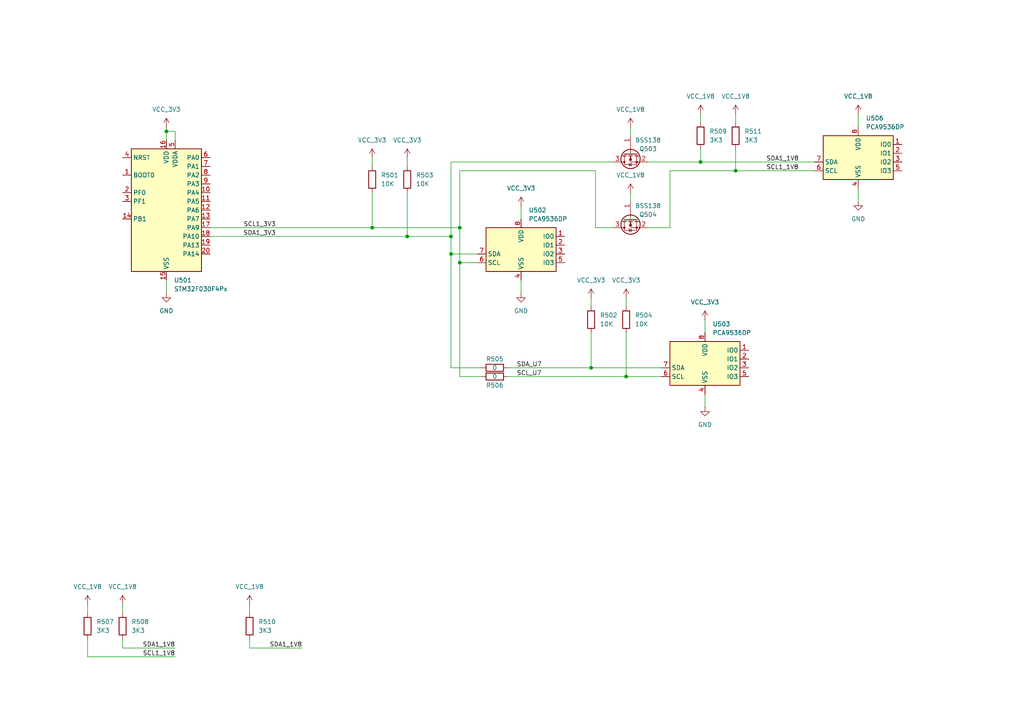
<source format=kicad_sch>
(kicad_sch (version 20231120) (generator "eeschema") (generator_version "8.0")
  (paper "A4")
  (lib_symbols
    (symbol "Device:R" (pin_numbers hide) (pin_names (offset 0))
      (property "Reference" "R" (at 2.032 0 90))
      (property "Value" "R" (at 0 0 90))
      (symbol "R_0_1"
        (rectangle (start -1.016 -2.54) (end 1.016 2.54) (stroke (width 0.254)))
      )
      (symbol "R_1_1"
        (pin passive line (at 0 3.81 270) (length 1.27) (name "~") (number "1"))
        (pin passive line (at 0 -3.81 90) (length 1.27) (name "~") (number "2"))
      )
    )
    (symbol "Interface_Expansion:PCA9536DP"
      (property "Reference" "U" (at -8.89 6.35 0))
      (property "Value" "PCA9536DP" (at 6.35 6.35 0))
      (symbol "PCA9536DP_0_1"
        (rectangle (start -10.16 5.08) (end 10.16 -7.62) (stroke (width 0.254)) (fill (type background)))
      )
      (symbol "PCA9536DP_1_1"
        (pin bidirectional line (at 12.7 2.54 180) (length 2.54) (name "IO0") (number "1"))
        (pin bidirectional line (at 12.7 0 180) (length 2.54) (name "IO1") (number "2"))
        (pin bidirectional line (at 12.7 -2.54 180) (length 2.54) (name "IO2") (number "3"))
        (pin power_in line (at 0 -10.16 90) (length 2.54) (name "VSS") (number "4"))
        (pin bidirectional line (at 12.7 -5.08 180) (length 2.54) (name "IO3") (number "5"))
        (pin input line (at -12.7 -5.08 0) (length 2.54) (name "SCL") (number "6"))
        (pin bidirectional line (at -12.7 -2.54 0) (length 2.54) (name "SDA") (number "7"))
        (pin power_in line (at 0 7.62 270) (length 2.54) (name "VDD") (number "8"))
      )
    )
    (symbol "MCU_ST_STM32F0:STM32F030F4Px"
      (property "Reference" "U" (at -10.16 19.05 0))
      (property "Value" "STM32F030F4Px" (at 5.08 19.05 0))
      (symbol "STM32F030F4Px_0_1"
        (rectangle (start -10.16 -17.78) (end 10.16 17.78) (stroke (width 0.254)) (fill (type background)))
      )
      (symbol "STM32F030F4Px_1_1"
        (pin input line (at -12.7 10.16 0) (length 2.54) (name "BOOT0") (number "1"))
        (pin bidirectional line (at 12.7 5.08 180) (length 2.54) (name "PA4") (number "10"))
        (pin bidirectional line (at 12.7 2.54 180) (length 2.54) (name "PA5") (number "11"))
        (pin bidirectional line (at 12.7 0 180) (length 2.54) (name "PA6") (number "12"))
        (pin bidirectional line (at 12.7 -2.54 180) (length 2.54) (name "PA7") (number "13"))
        (pin bidirectional line (at -12.7 -2.54 0) (length 2.54) (name "PB1") (number "14"))
        (pin power_in line (at 0 -20.32 90) (length 2.54) (name "VSS") (number "15"))
        (pin power_in line (at 0 20.32 270) (length 2.54) (name "VDD") (number "16"))
        (pin bidirectional line (at 12.7 -5.08 180) (length 2.54) (name "PA9") (number "17"))
        (pin bidirectional line (at 12.7 -7.62 180) (length 2.54) (name "PA10") (number "18"))
        (pin bidirectional line (at 12.7 -10.16 180) (length 2.54) (name "PA13") (number "19"))
        (pin bidirectional line (at -12.7 5.08 0) (length 2.54) (name "PF0") (number "2"))
        (pin bidirectional line (at 12.7 -12.7 180) (length 2.54) (name "PA14") (number "20"))
        (pin bidirectional line (at -12.7 2.54 0) (length 2.54) (name "PF1") (number "3"))
        (pin input line (at -12.7 15.24 0) (length 2.54) (name "NRST") (number "4"))
        (pin power_in line (at 2.54 20.32 270) (length 2.54) (name "VDDA") (number "5"))
        (pin bidirectional line (at 12.7 15.24 180) (length 2.54) (name "PA0") (number "6"))
        (pin bidirectional line (at 12.7 12.7 180) (length 2.54) (name "PA1") (number "7"))
        (pin bidirectional line (at 12.7 10.16 180) (length 2.54) (name "PA2") (number "8"))
        (pin bidirectional line (at 12.7 7.62 180) (length 2.54) (name "PA3") (number "9"))
      )
    )
    (symbol "Transistor_FET:BSS138" (pin_names hide)
      (property "Reference" "Q" (at 5.08 1.905 0))
      (property "Value" "BSS138" (at 5.08 0 0))
      (symbol "BSS138_0_1"
        (polyline (pts (xy 0.254 0) (xy -2.54 0)))
        (polyline (pts (xy 0.254 1.905) (xy 0.254 -1.905)) (stroke (width 0.254)))
        (polyline (pts (xy 0.762 -1.27) (xy 0.762 -2.286)) (stroke (width 0.254)))
        (polyline (pts (xy 0.762 0.508) (xy 0.762 -0.508)) (stroke (width 0.254)))
        (polyline (pts (xy 0.762 2.286) (xy 0.762 1.27)) (stroke (width 0.254)))
        (polyline (pts (xy 2.54 2.54) (xy 2.54 1.778)))
        (polyline (pts (xy 2.54 -2.54) (xy 2.54 0) (xy 0.762 0)))
        (polyline (pts (xy 0.762 -1.778) (xy 3.302 -1.778) (xy 3.302 1.778) (xy 0.762 1.778)))
        (polyline (pts (xy 1.016 0) (xy 2.032 0.381) (xy 2.032 -0.381) (xy 1.016 0)) (fill (type outline)))
        (polyline (pts (xy 2.794 0.508) (xy 2.921 0.381) (xy 3.683 0.381) (xy 3.81 0.254)))
        (polyline (pts (xy 3.302 0.381) (xy 2.921 -0.254) (xy 3.683 -0.254) (xy 3.302 0.381)))
        (circle (center 1.651 0) (radius 2.794) (stroke (width 0.254)))
        (circle (center 2.54 -1.778) (radius 0.254) (fill (type outline)))
        (circle (center 2.54 1.778) (radius 0.254) (fill (type outline)))
      )
      (symbol "BSS138_1_1"
        (pin input line (at -5.08 0 0) (length 2.54) (name "G") (number "1"))
        (pin passive line (at 2.54 -5.08 90) (length 2.54) (name "S") (number "2"))
        (pin passive line (at 2.54 5.08 270) (length 2.54) (name "D") (number "3"))
      )
    )
    (symbol "power:GND" (power) (pin_numbers hide) (pin_names (offset 0) hide)
      (property "Value" "GND" (at 0 -3.81 0))
      (symbol "GND_0_1"
        (polyline (pts (xy 0 0) (xy 0 -1.27) (xy 1.27 -1.27) (xy 0 -2.54) (xy -1.27 -1.27) (xy 0 -1.27)))
      )
      (symbol "GND_1_1"
        (pin power_in line (at 0 0 270) (length 0) (name "~") (number "1"))
      )
    )
    (symbol "power:VCC" (power) (pin_numbers hide) (pin_names (offset 0) hide)
      (property "Value" "VCC" (at 0 3.556 0))
      (symbol "VCC_0_1"
        (polyline (pts (xy -0.762 1.27) (xy 0 2.54)))
        (polyline (pts (xy 0 0) (xy 0 2.54)))
        (polyline (pts (xy 0 2.54) (xy 0.762 1.27)))
      )
      (symbol "VCC_1_1"
        (pin power_in line (at 0 0 90) (length 0) (name "~") (number "1"))
      )
    )
  )
  (junction (at 203.2 46.99))
  (junction (at 171.45 106.68))
  (junction (at 133.35 76.2))
  (junction (at 48.26 38.1))
  (junction (at 133.35 66.04))
  (junction (at 130.81 68.58))
  (junction (at 181.61 109.22))
  (junction (at 107.95 66.04))
  (junction (at 213.36 49.53))
  (junction (at 130.81 73.66))
  (junction (at 118.11 68.58))
  (wire (pts (xy 133.35 109.22) (xy 139.7 109.22)))
  (wire (pts (xy 25.4 190.5) (xy 50.8 190.5)))
  (wire (pts (xy 181.61 86.36) (xy 181.61 88.9)))
  (wire (pts (xy 151.13 59.69) (xy 151.13 63.5)))
  (wire (pts (xy 204.47 92.71) (xy 204.47 96.52)))
  (wire (pts (xy 60.96 66.04) (xy 107.95 66.04)))
  (wire (pts (xy 171.45 86.36) (xy 171.45 88.9)))
  (wire (pts (xy 194.31 49.53) (xy 194.31 66.04)))
  (wire (pts (xy 171.45 106.68) (xy 147.32 106.68)))
  (wire (pts (xy 151.13 81.28) (xy 151.13 85.09)))
  (wire (pts (xy 50.8 38.1) (xy 48.26 38.1)))
  (wire (pts (xy 236.22 49.53) (xy 213.36 49.53)))
  (wire (pts (xy 50.8 40.64) (xy 50.8 38.1)))
  (wire (pts (xy 133.35 76.2) (xy 133.35 109.22)))
  (wire (pts (xy 107.95 55.88) (xy 107.95 66.04)))
  (wire (pts (xy 35.56 175.26) (xy 35.56 177.8)))
  (wire (pts (xy 147.32 109.22) (xy 181.61 109.22)))
  (wire (pts (xy 138.43 73.66) (xy 130.81 73.66)))
  (wire (pts (xy 35.56 185.42) (xy 35.56 187.96)))
  (wire (pts (xy 248.92 33.02) (xy 248.92 36.83)))
  (wire (pts (xy 133.35 49.53) (xy 133.35 66.04)))
  (wire (pts (xy 72.39 175.26) (xy 72.39 177.8)))
  (wire (pts (xy 213.36 33.02) (xy 213.36 35.56)))
  (wire (pts (xy 72.39 187.96) (xy 87.63 187.96)))
  (wire (pts (xy 133.35 66.04) (xy 133.35 76.2)))
  (wire (pts (xy 194.31 66.04) (xy 187.96 66.04)))
  (wire (pts (xy 181.61 109.22) (xy 191.77 109.22)))
  (wire (pts (xy 213.36 49.53) (xy 194.31 49.53)))
  (wire (pts (xy 182.88 55.88) (xy 182.88 58.42)))
  (wire (pts (xy 25.4 190.5) (xy 25.4 185.42)))
  (wire (pts (xy 130.81 73.66) (xy 130.81 106.68)))
  (wire (pts (xy 118.11 55.88) (xy 118.11 68.58)))
  (wire (pts (xy 48.26 36.83) (xy 48.26 38.1)))
  (wire (pts (xy 107.95 45.72) (xy 107.95 48.26)))
  (wire (pts (xy 213.36 43.18) (xy 213.36 49.53)))
  (wire (pts (xy 191.77 106.68) (xy 171.45 106.68)))
  (wire (pts (xy 182.88 36.83) (xy 182.88 39.37)))
  (wire (pts (xy 248.92 54.61) (xy 248.92 58.42)))
  (wire (pts (xy 203.2 46.99) (xy 236.22 46.99)))
  (wire (pts (xy 107.95 66.04) (xy 133.35 66.04)))
  (wire (pts (xy 118.11 68.58) (xy 130.81 68.58)))
  (wire (pts (xy 187.96 46.99) (xy 203.2 46.99)))
  (wire (pts (xy 118.11 45.72) (xy 118.11 48.26)))
  (wire (pts (xy 181.61 96.52) (xy 181.61 109.22)))
  (wire (pts (xy 48.26 81.28) (xy 48.26 85.09)))
  (wire (pts (xy 60.96 68.58) (xy 118.11 68.58)))
  (wire (pts (xy 171.45 96.52) (xy 171.45 106.68)))
  (wire (pts (xy 203.2 43.18) (xy 203.2 46.99)))
  (wire (pts (xy 203.2 33.02) (xy 203.2 35.56)))
  (wire (pts (xy 139.7 106.68) (xy 130.81 106.68)))
  (wire (pts (xy 172.72 66.04) (xy 172.72 49.53)))
  (wire (pts (xy 130.81 46.99) (xy 130.81 68.58)))
  (wire (pts (xy 133.35 76.2) (xy 138.43 76.2)))
  (wire (pts (xy 72.39 185.42) (xy 72.39 187.96)))
  (wire (pts (xy 130.81 46.99) (xy 177.8 46.99)))
  (wire (pts (xy 172.72 49.53) (xy 133.35 49.53)))
  (wire (pts (xy 25.4 175.26) (xy 25.4 177.8)))
  (wire (pts (xy 35.56 187.96) (xy 50.8 187.96)))
  (wire (pts (xy 177.8 66.04) (xy 172.72 66.04)))
  (wire (pts (xy 130.81 73.66) (xy 130.81 68.58)))
  (wire (pts (xy 48.26 38.1) (xy 48.26 40.64)))
  (wire (pts (xy 204.47 114.3) (xy 204.47 118.11)))
  (label "SCL_U7" (at 149.86 109.22 0))
  (label "SDA1_3V3" (at 80.01 68.58 180))
  (label "SCL1_3V3" (at 80.01 66.04 180))
  (label "SCL1_1V8" (at 50.8 190.5 180))
  (label "SDA1_1V8" (at 222.25 46.99 0))
  (label "SDA_U7" (at 149.86 106.68 0))
  (label "SDA1_1V8" (at 50.8 187.96 180))
  (label "SDA1_1V8" (at 87.63 187.96 180))
  (label "SCL1_1V8" (at 222.25 49.53 0))
  (symbol (lib_id "power:VCC") (at 203.2 33.02 0) (unit 1)
    (property "Reference" "#PWR0519" (effects (hide yes)))
    (property "Value" "VCC_1V8" (at 203.2 27.94 0))
    (property "Description" "Power symbol creates a global label with name \"VCC\"" (effects (hide yes)))
  )
  (symbol (lib_id "power:VCC") (at 181.61 86.36 0) (unit 1)
    (property "Reference" "#PWR0508" (effects (hide yes)))
    (property "Value" "VCC_3V3" (at 181.61 81.28 0))
    (property "Description" "Power symbol creates a global label with name \"VCC\"" (effects (hide yes)))
  )
  (symbol (lib_id "power:VCC") (at 248.92 33.02 0) (unit 1)
    (property "Reference" "#PWR0525" (effects (hide yes)))
    (property "Value" "VCC_1V8" (at 248.92 27.94 0))
    (property "Description" "Power symbol creates a global label with name \"VCC\"" (effects (hide yes)))
  )
  (symbol (lib_id "Transistor_FET:BSS138") (at 182.88 63.5 90) (mirror x) (unit 1)
    (property "Reference" "Q504" (at 187.96 62.23 90))
    (property "Value" "BSS138" (at 187.96 59.69 90))
    (property "Footprint" "Package_TO_SOT_SMD:SOT-23" (effects (hide yes)))
    (property "Datasheet" "https://www.onsemi.com/pub/Collateral/BSS138-D.PDF" (effects (hide yes)))
    (property "Description" "50V Vds, 0.22A Id, N-Channel MOSFET, SOT-23" (effects (hide yes)))
  )
  (symbol (lib_id "power:VCC") (at 118.11 45.72 0) (unit 1)
    (property "Reference" "#PWR0505" (effects (hide yes)))
    (property "Value" "VCC_3V3" (at 118.11 40.64 0))
    (property "Description" "Power symbol creates a global label with name \"VCC\"" (effects (hide yes)))
  )
  (symbol (lib_id "Device:R") (at 72.39 181.61 0) (unit 1)
    (property "Reference" "R510" (at 74.93 180.3399 0) (effects (justify left)))
    (property "Value" "3K3" (at 74.93 182.8799 0) (effects (justify left)))
    (property "Description" "Resistor" (effects (hide yes)))
  )
  (symbol (lib_id "Device:R") (at 25.4 181.61 0) (unit 1)
    (property "Reference" "R507" (at 27.94 180.3399 0) (effects (justify left)))
    (property "Value" "3K3" (at 27.94 182.8799 0) (effects (justify left)))
    (property "Description" "Resistor" (effects (hide yes)))
  )
  (symbol (lib_id "Device:R") (at 143.51 109.22 90) (unit 1)
    (property "Reference" "R506" (at 143.51 111.76 90))
    (property "Value" "0" (at 143.51 109.22 90))
    (property "Description" "Resistor" (effects (hide yes)))
  )
  (symbol (lib_id "power:VCC") (at 48.26 36.83 0) (unit 1)
    (property "Reference" "#PWR0501" (effects (hide yes)))
    (property "Value" "VCC_3V3" (at 48.26 31.75 0))
    (property "Description" "Power symbol creates a global label with name \"VCC\"" (effects (hide yes)))
  )
  (symbol (lib_id "Device:R") (at 203.2 39.37 0) (unit 1)
    (property "Reference" "R509" (at 205.74 38.0999 0) (effects (justify left)))
    (property "Value" "3K3" (at 205.74 40.6399 0) (effects (justify left)))
    (property "Description" "Resistor" (effects (hide yes)))
  )
  (symbol (lib_id "power:VCC") (at 204.47 92.71 0) (unit 1)
    (property "Reference" "#PWR0509" (effects (hide yes)))
    (property "Value" "VCC_3V3" (at 204.47 87.63 0))
    (property "Description" "Power symbol creates a global label with name \"VCC\"" (effects (hide yes)))
  )
  (symbol (lib_id "Device:R") (at 107.95 52.07 0) (unit 1)
    (property "Reference" "R501" (at 110.49 50.7999 0) (effects (justify left)))
    (property "Value" "10K" (at 110.49 53.3399 0) (effects (justify left)))
    (property "Description" "Resistor" (effects (hide yes)))
  )
  (symbol (lib_id "power:GND") (at 151.13 85.09 0) (unit 1)
    (property "Reference" "#PWR0507" (effects (hide yes)))
    (property "Value" "GND" (at 151.13 90.17 0))
    (property "Description" "Power symbol creates a global label with name \"GND\" , ground" (effects (hide yes)))
  )
  (symbol (lib_id "Interface_Expansion:PCA9536DP") (at 204.47 104.14 0) (unit 1)
    (property "Reference" "U503" (at 206.6641 93.98 0) (effects (justify left)))
    (property "Value" "PCA9536DP" (at 206.6641 96.52 0) (effects (justify left)))
    (property "Footprint" "Package_SO:TSSOP-8_3x3mm_P0.65mm" (effects (hide yes)))
    (property "Datasheet" "http://www.nxp.com/docs/en/data-sheet/PCA9536.pdf" (effects (hide yes)))
    (property "Description" "4-bit I2C-bus and SMBus IO port, TSSOP-8" (effects (hide yes)))
  )
  (symbol (lib_id "Device:R") (at 35.56 181.61 0) (unit 1)
    (property "Reference" "R508" (at 38.1 180.3399 0) (effects (justify left)))
    (property "Value" "3K3" (at 38.1 182.8799 0) (effects (justify left)))
    (property "Description" "Resistor" (effects (hide yes)))
  )
  (symbol (lib_id "Device:R") (at 181.61 92.71 0) (unit 1)
    (property "Reference" "R504" (at 184.15 91.4399 0) (effects (justify left)))
    (property "Value" "10K" (at 184.15 93.9799 0) (effects (justify left)))
    (property "Description" "Resistor" (effects (hide yes)))
  )
  (symbol (lib_id "Device:R") (at 213.36 39.37 0) (unit 1)
    (property "Reference" "R511" (at 215.9 38.0999 0) (effects (justify left)))
    (property "Value" "3K3" (at 215.9 40.6399 0) (effects (justify left)))
    (property "Description" "Resistor" (effects (hide yes)))
  )
  (symbol (lib_id "Transistor_FET:BSS138") (at 182.88 44.45 90) (mirror x) (unit 1)
    (property "Reference" "Q503" (at 187.96 43.18 90))
    (property "Value" "BSS138" (at 187.96 40.64 90))
    (property "Footprint" "Package_TO_SOT_SMD:SOT-23" (effects (hide yes)))
    (property "Datasheet" "https://www.onsemi.com/pub/Collateral/BSS138-D.PDF" (effects (hide yes)))
    (property "Description" "50V Vds, 0.22A Id, N-Channel MOSFET, SOT-23" (effects (hide yes)))
  )
  (symbol (lib_id "power:VCC") (at 107.95 45.72 0) (unit 1)
    (property "Reference" "#PWR0504" (effects (hide yes)))
    (property "Value" "VCC_3V3" (at 107.95 40.64 0))
    (property "Description" "Power symbol creates a global label with name \"VCC\"" (effects (hide yes)))
  )
  (symbol (lib_id "Device:R") (at 118.11 52.07 0) (unit 1)
    (property "Reference" "R503" (at 120.65 50.7999 0) (effects (justify left)))
    (property "Value" "10K" (at 120.65 53.3399 0) (effects (justify left)))
    (property "Description" "Resistor" (effects (hide yes)))
  )
  (symbol (lib_id "Interface_Expansion:PCA9536DP") (at 248.92 44.45 0) (unit 1)
    (property "Reference" "U506" (at 251.1141 34.29 0) (effects (justify left)))
    (property "Value" "PCA9536DP" (at 251.1141 36.83 0) (effects (justify left)))
    (property "Footprint" "Package_SO:TSSOP-8_3x3mm_P0.65mm" (effects (hide yes)))
    (property "Datasheet" "http://www.nxp.com/docs/en/data-sheet/PCA9536.pdf" (effects (hide yes)))
    (property "Description" "4-bit I2C-bus and SMBus IO port, TSSOP-8" (effects (hide yes)))
  )
  (symbol (lib_id "power:VCC") (at 35.56 175.26 0) (unit 1)
    (property "Reference" "#PWR0512" (effects (hide yes)))
    (property "Value" "VCC_1V8" (at 35.56 170.18 0))
    (property "Description" "Power symbol creates a global label with name \"VCC\"" (effects (hide yes)))
  )
  (symbol (lib_id "power:GND") (at 204.47 118.11 0) (unit 1)
    (property "Reference" "#PWR0510" (effects (hide yes)))
    (property "Value" "GND" (at 204.47 123.19 0))
    (property "Description" "Power symbol creates a global label with name \"GND\" , ground" (effects (hide yes)))
  )
  (symbol (lib_id "Device:R") (at 171.45 92.71 0) (unit 1)
    (property "Reference" "R502" (at 173.99 91.4399 0) (effects (justify left)))
    (property "Value" "10K" (at 173.99 93.9799 0) (effects (justify left)))
    (property "Description" "Resistor" (effects (hide yes)))
  )
  (symbol (lib_id "power:GND") (at 48.26 85.09 0) (unit 1)
    (property "Reference" "#PWR0502" (effects (hide yes)))
    (property "Value" "GND" (at 48.26 90.17 0))
    (property "Description" "Power symbol creates a global label with name \"GND\" , ground" (effects (hide yes)))
  )
  (symbol (lib_id "power:VCC") (at 72.39 175.26 0) (unit 1)
    (property "Reference" "#PWR0513" (effects (hide yes)))
    (property "Value" "VCC_1V8" (at 72.39 170.18 0))
    (property "Description" "Power symbol creates a global label with name \"VCC\"" (effects (hide yes)))
  )
  (symbol (lib_id "power:VCC") (at 171.45 86.36 0) (unit 1)
    (property "Reference" "#PWR0503" (effects (hide yes)))
    (property "Value" "VCC_3V3" (at 171.45 81.28 0))
    (property "Description" "Power symbol creates a global label with name \"VCC\"" (effects (hide yes)))
  )
  (symbol (lib_id "MCU_ST_STM32F0:STM32F030F4Px") (at 48.26 60.96 0) (unit 1)
    (property "Reference" "U501" (at 50.4541 81.28 0) (effects (justify left)))
    (property "Value" "STM32F030F4Px" (at 50.4541 83.82 0) (effects (justify left)))
    (property "Footprint" "Package_SO:TSSOP-20_4.4x6.5mm_P0.65mm" (effects (hide yes)))
    (property "Datasheet" "https://www.st.com/resource/en/datasheet/stm32f030f4.pdf" (effects (hide yes)))
    (property "Description" "STMicroelectronics Arm Cortex-M0 MCU, 16KB flash, 4KB RAM, 48 MHz, 2.4-3.6V, 15 GPIO, TSSOP20" (effects (hide yes)))
  )
  (symbol (lib_id "power:VCC") (at 151.13 59.69 0) (unit 1)
    (property "Reference" "#PWR0506" (effects (hide yes)))
    (property "Value" "VCC_3V3" (at 151.13 54.61 0))
    (property "Description" "Power symbol creates a global label with name \"VCC\"" (effects (hide yes)))
  )
  (symbol (lib_id "power:VCC") (at 182.88 36.83 0) (unit 1)
    (property "Reference" "#PWR0515" (effects (hide yes)))
    (property "Value" "VCC_1V8" (at 182.88 31.75 0))
    (property "Description" "Power symbol creates a global label with name \"VCC\"" (effects (hide yes)))
  )
  (symbol (lib_id "power:VCC") (at 25.4 175.26 0) (unit 1)
    (property "Reference" "#PWR0511" (effects (hide yes)))
    (property "Value" "VCC_1V8" (at 25.4 170.18 0))
    (property "Description" "Power symbol creates a global label with name \"VCC\"" (effects (hide yes)))
  )
  (symbol (lib_id "Interface_Expansion:PCA9536DP") (at 151.13 71.12 0) (unit 1)
    (property "Reference" "U502" (at 153.3241 60.96 0) (effects (justify left)))
    (property "Value" "PCA9536DP" (at 153.3241 63.5 0) (effects (justify left)))
    (property "Footprint" "Package_SO:TSSOP-8_3x3mm_P0.65mm" (effects (hide yes)))
    (property "Datasheet" "http://www.nxp.com/docs/en/data-sheet/PCA9536.pdf" (effects (hide yes)))
    (property "Description" "4-bit I2C-bus and SMBus IO port, TSSOP-8" (effects (hide yes)))
  )
  (symbol (lib_id "Device:R") (at 143.51 106.68 90) (unit 1)
    (property "Reference" "R505" (at 143.51 104.14 90))
    (property "Value" "0" (at 143.51 106.68 90))
    (property "Description" "Resistor" (effects (hide yes)))
  )
  (symbol (lib_id "power:VCC") (at 213.36 33.02 0) (unit 1)
    (property "Reference" "#PWR0521" (effects (hide yes)))
    (property "Value" "VCC_1V8" (at 213.36 27.94 0))
    (property "Description" "Power symbol creates a global label with name \"VCC\"" (effects (hide yes)))
  )
  (symbol (lib_id "power:GND") (at 248.92 58.42 0) (unit 1)
    (property "Reference" "#PWR0526" (effects (hide yes)))
    (property "Value" "GND" (at 248.92 63.5 0))
    (property "Description" "Power symbol creates a global label with name \"GND\" , ground" (effects (hide yes)))
  )
  (symbol (lib_id "power:VCC") (at 182.88 55.88 0) (unit 1)
    (property "Reference" "#PWR0516" (effects (hide yes)))
    (property "Value" "VCC_1V8" (at 182.88 50.8 0))
    (property "Description" "Power symbol creates a global label with name \"VCC\"" (effects (hide yes)))
  )
)
</source>
